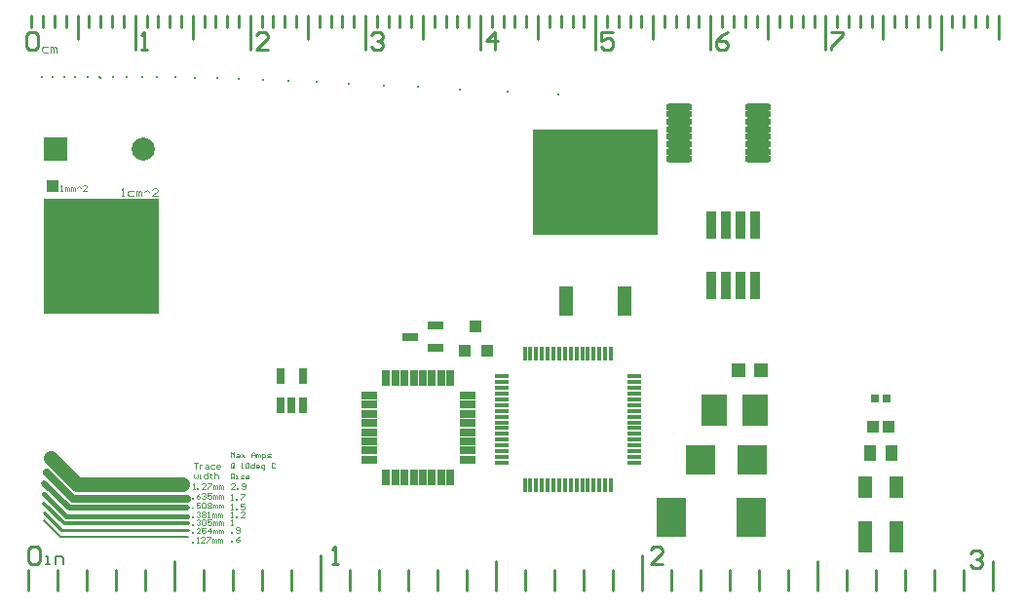
<source format=gts>
G04 Layer_Color=8388736*
%FSLAX24Y24*%
%MOIN*%
G70*
G01*
G75*
%ADD30C,0.0100*%
%ADD31C,0.0500*%
%ADD32C,0.0200*%
%ADD33C,0.0250*%
%ADD34C,0.0050*%
%ADD36C,0.0150*%
%ADD37C,0.0039*%
%ADD38C,0.0049*%
%ADD41R,0.0394X0.0394*%
%ADD55C,0.0120*%
%ADD56C,0.0070*%
%ADD57R,0.3937X0.3937*%
%ADD58O,0.0907X0.0257*%
%ADD59R,0.0316X0.0277*%
%ADD60R,0.0395X0.0434*%
%ADD61R,0.0395X0.0552*%
%ADD62R,0.0513X0.0749*%
%ADD63R,0.0513X0.1104*%
%ADD64R,0.0580X0.0300*%
%ADD65R,0.0300X0.0580*%
%ADD66R,0.0167X0.0474*%
%ADD67R,0.0474X0.0167*%
%ADD68R,0.0320X0.0950*%
%ADD69R,0.0533X0.0316*%
%ADD70R,0.0280X0.0580*%
%ADD71R,0.0395X0.0434*%
%ADD72R,0.0986X0.0986*%
%ADD73R,0.0867X0.1064*%
%ADD74R,0.1025X0.1379*%
%ADD75R,0.0474X0.0474*%
%ADD76R,0.0493X0.1025*%
%ADD77R,0.4273X0.3584*%
%ADD78C,0.0080*%
%ADD79R,0.0789X0.0789*%
%ADD80C,0.0789*%
D30*
X37323Y30276D02*
Y31457D01*
X37717Y31063D02*
Y31457D01*
X38110Y31063D02*
Y31457D01*
X38504Y31063D02*
Y31457D01*
X38898Y31063D02*
Y31457D01*
X39291Y30669D02*
Y31457D01*
X6220Y31063D02*
Y31457D01*
X6614Y31063D02*
Y31457D01*
X7008Y31063D02*
Y31457D01*
X7402Y31063D02*
Y31457D01*
X7795Y30669D02*
Y31457D01*
X8189Y31063D02*
Y31457D01*
X8583Y31063D02*
Y31457D01*
X8976Y31063D02*
Y31457D01*
X9370Y31063D02*
Y31457D01*
X9764Y30276D02*
Y31457D01*
X13701Y30276D02*
Y31457D01*
X13307Y31063D02*
Y31457D01*
X12913Y31063D02*
Y31457D01*
X12520Y31063D02*
Y31457D01*
X12126Y31063D02*
Y31457D01*
X11732Y30669D02*
Y31457D01*
X11339Y31063D02*
Y31457D01*
X10945Y31063D02*
Y31457D01*
X10551Y31063D02*
Y31457D01*
X10157Y31063D02*
Y31457D01*
X17638Y30276D02*
Y31457D01*
X17244Y31063D02*
Y31457D01*
X16850Y31063D02*
Y31457D01*
X16457Y31063D02*
Y31457D01*
X16063Y31063D02*
Y31457D01*
X15669Y30669D02*
Y31457D01*
X15276Y31063D02*
Y31457D01*
X14882Y31063D02*
Y31457D01*
X14488Y31063D02*
Y31457D01*
X14094Y31063D02*
Y31457D01*
X21575Y30276D02*
Y31457D01*
X21181Y31063D02*
Y31457D01*
X20787Y31063D02*
Y31457D01*
X20394Y31063D02*
Y31457D01*
X20000Y31063D02*
Y31457D01*
X19606Y30669D02*
Y31457D01*
X19213Y31063D02*
Y31457D01*
X18819Y31063D02*
Y31457D01*
X18425Y31063D02*
Y31457D01*
X18031Y31063D02*
Y31457D01*
X25512Y30276D02*
Y31457D01*
X25118Y31063D02*
Y31457D01*
X24724Y31063D02*
Y31457D01*
X24331Y31063D02*
Y31457D01*
X23937Y31063D02*
Y31457D01*
X23543Y30669D02*
Y31457D01*
X23150Y31063D02*
Y31457D01*
X22756Y31063D02*
Y31457D01*
X22362Y31063D02*
Y31457D01*
X21969Y31063D02*
Y31457D01*
X29055Y31063D02*
Y31457D01*
X28661Y31063D02*
Y31457D01*
X28268Y31063D02*
Y31457D01*
X27874Y31063D02*
Y31457D01*
X27480Y30669D02*
Y31457D01*
X27087Y31063D02*
Y31457D01*
X26693Y31063D02*
Y31457D01*
X26299Y31063D02*
Y31457D01*
X25906Y31063D02*
Y31457D01*
X32992Y31063D02*
Y31457D01*
X32598Y31063D02*
Y31457D01*
X32205Y31063D02*
Y31457D01*
X31811Y31063D02*
Y31457D01*
X31417Y30669D02*
Y31457D01*
X31024Y31063D02*
Y31457D01*
X30630Y31063D02*
Y31457D01*
X30236Y31063D02*
Y31457D01*
X29843Y31063D02*
Y31457D01*
X36929Y31063D02*
Y31457D01*
X36535Y31063D02*
Y31457D01*
X36142Y31063D02*
Y31457D01*
X35748Y31063D02*
Y31457D01*
X35354Y30669D02*
Y31457D01*
X34961Y31063D02*
Y31457D01*
X34567Y31063D02*
Y31457D01*
X34173Y31063D02*
Y31457D01*
X33780Y31063D02*
Y31457D01*
X6110Y11800D02*
Y12500D01*
X7110Y11800D02*
Y12500D01*
X8110Y11800D02*
Y12500D01*
X9110Y11800D02*
Y12500D01*
X10110Y11800D02*
Y12500D01*
X11110Y11800D02*
Y12800D01*
X12110Y11800D02*
Y12500D01*
X13110Y11800D02*
Y12500D01*
X14110Y11800D02*
Y12500D01*
X15110Y11800D02*
Y12500D01*
X16110Y11800D02*
Y13000D01*
X27110Y11800D02*
Y13000D01*
X26110Y11800D02*
Y12500D01*
X25110Y11800D02*
Y12500D01*
X24110Y11800D02*
Y12500D01*
X23110Y11800D02*
Y12500D01*
X22110Y11800D02*
Y12800D01*
X21110Y11800D02*
Y12500D01*
X20110Y11800D02*
Y12500D01*
X19110Y11800D02*
Y12500D01*
X18110Y11800D02*
Y12500D01*
X17110Y11800D02*
Y12500D01*
X37110Y11800D02*
Y12500D01*
X36110Y11800D02*
Y12500D01*
X35110Y11800D02*
Y12500D01*
X34110Y11800D02*
Y12500D01*
X33110Y11800D02*
Y12800D01*
X32110Y11800D02*
Y12500D01*
X31110Y11800D02*
Y12500D01*
X30110Y11800D02*
Y12500D01*
X29110Y11800D02*
Y12500D01*
X28110Y11800D02*
Y12500D01*
X6654Y14449D02*
X7244Y13858D01*
X11575D01*
X6654Y14764D02*
Y14764D01*
Y15079D02*
X6654D01*
X7630Y14929D02*
X7685Y14886D01*
X29449Y30276D02*
Y31457D01*
X33386Y30276D02*
Y31457D01*
X37094Y11800D02*
Y12500D01*
X38094Y11800D02*
Y12500D01*
X39094Y11800D02*
Y12800D01*
X9961Y30276D02*
X10161D01*
X10061D01*
Y30875D01*
X9961Y30775D01*
X6024D02*
X6124Y30875D01*
X6324D01*
X6423Y30775D01*
Y30376D01*
X6324Y30276D01*
X6124D01*
X6024Y30376D01*
Y30775D01*
X14298Y30276D02*
X13898D01*
X14298Y30675D01*
Y30775D01*
X14198Y30875D01*
X13998D01*
X13898Y30775D01*
X17835D02*
X17935Y30875D01*
X18135D01*
X18235Y30775D01*
Y30675D01*
X18135Y30575D01*
X18035D01*
X18135D01*
X18235Y30476D01*
Y30376D01*
X18135Y30276D01*
X17935D01*
X17835Y30376D01*
X22072Y30276D02*
Y30875D01*
X21772Y30575D01*
X22172D01*
X26109Y30875D02*
X25709D01*
Y30575D01*
X25909Y30675D01*
X26009D01*
X26109Y30575D01*
Y30376D01*
X26009Y30276D01*
X25809D01*
X25709Y30376D01*
X6110Y13201D02*
X6210Y13301D01*
X6410D01*
X6510Y13201D01*
Y12801D01*
X6410Y12701D01*
X6210D01*
X6110Y12801D01*
Y13201D01*
X16512Y12701D02*
X16712D01*
X16612D01*
Y13301D01*
X16512Y13201D01*
X27809Y12701D02*
X27409D01*
X27809Y13101D01*
Y13201D01*
X27709Y13301D01*
X27509D01*
X27409Y13201D01*
X30046Y30875D02*
X29846Y30775D01*
X29646Y30575D01*
Y30376D01*
X29746Y30276D01*
X29946D01*
X30046Y30376D01*
Y30476D01*
X29946Y30575D01*
X29646D01*
X33583Y30875D02*
X33983D01*
Y30775D01*
X33583Y30376D01*
Y30276D01*
X38354Y13043D02*
X38454Y13143D01*
X38654D01*
X38754Y13043D01*
Y12943D01*
X38654Y12843D01*
X38554D01*
X38654D01*
X38754Y12743D01*
Y12643D01*
X38654Y12543D01*
X38454D01*
X38354Y12643D01*
D31*
X6864Y16333D02*
X7768Y15429D01*
X11378D01*
D32*
X7520Y14606D02*
X11535D01*
X6654Y15472D02*
X7520Y14606D01*
D33*
X6736Y15823D02*
X7630Y14929D01*
X11535D01*
D34*
X6654Y14173D02*
X7205Y13622D01*
X11575D01*
X11575Y13622D01*
D36*
X6654Y15079D02*
X7402Y14331D01*
X11535D01*
D37*
X13035Y16340D02*
Y16517D01*
X13094Y16458D01*
X13154Y16517D01*
Y16340D01*
X13242Y16458D02*
X13301D01*
X13331Y16428D01*
Y16340D01*
X13242D01*
X13213Y16369D01*
X13242Y16399D01*
X13331D01*
X13390Y16458D02*
X13508Y16340D01*
X13449Y16399D01*
X13508Y16458D01*
X13390Y16340D01*
X13744D02*
Y16458D01*
X13803Y16517D01*
X13862Y16458D01*
Y16340D01*
Y16428D01*
X13744D01*
X13921Y16340D02*
Y16458D01*
X13950D01*
X13980Y16428D01*
Y16340D01*
Y16428D01*
X14010Y16458D01*
X14039Y16428D01*
Y16340D01*
X14098Y16281D02*
Y16458D01*
X14187D01*
X14216Y16428D01*
Y16369D01*
X14187Y16340D01*
X14098D01*
X14275D02*
X14364D01*
X14393Y16369D01*
X14364Y16399D01*
X14305D01*
X14275Y16428D01*
X14305Y16458D01*
X14393D01*
X13124Y16033D02*
Y16062D01*
X13094D01*
Y16033D01*
X13124D01*
X13154Y16062D01*
Y16121D01*
X13124Y16151D01*
X13065D01*
X13035Y16121D01*
Y16003D01*
X13065Y15974D01*
X13154D01*
X13390D02*
X13449D01*
X13419D01*
Y16151D01*
X13390Y16121D01*
X13537D02*
X13567Y16151D01*
X13626D01*
X13655Y16121D01*
Y16003D01*
X13626Y15974D01*
X13567D01*
X13537Y16003D01*
Y16121D01*
X13832Y16151D02*
Y15974D01*
X13744D01*
X13714Y16003D01*
Y16062D01*
X13744Y16092D01*
X13832D01*
X13980Y15974D02*
X13921D01*
X13891Y16003D01*
Y16062D01*
X13921Y16092D01*
X13980D01*
X14010Y16062D01*
Y16033D01*
X13891D01*
X14128Y15915D02*
X14157D01*
X14187Y15944D01*
Y16092D01*
X14098D01*
X14069Y16062D01*
Y16003D01*
X14098Y15974D01*
X14187D01*
X14541Y16121D02*
X14511Y16151D01*
X14452D01*
X14423Y16121D01*
Y16003D01*
X14452Y15974D01*
X14511D01*
X14541Y16003D01*
X13035Y15608D02*
Y15785D01*
X13124D01*
X13154Y15755D01*
Y15696D01*
X13124Y15667D01*
X13035D01*
X13094D02*
X13154Y15608D01*
X13213D02*
X13272D01*
X13242D01*
Y15726D01*
X13213D01*
X13360Y15608D02*
X13449D01*
X13478Y15637D01*
X13449Y15667D01*
X13390D01*
X13360Y15696D01*
X13390Y15726D01*
X13478D01*
X13626Y15608D02*
X13567D01*
X13537Y15637D01*
Y15696D01*
X13567Y15726D01*
X13626D01*
X13655Y15696D01*
Y15667D01*
X13537D01*
X11760Y16157D02*
X11891D01*
X11825D01*
Y15961D01*
X11957Y16092D02*
Y15961D01*
Y16026D01*
X11989Y16059D01*
X12022Y16092D01*
X12055D01*
X12186D02*
X12252D01*
X12285Y16059D01*
Y15961D01*
X12186D01*
X12153Y15993D01*
X12186Y16026D01*
X12285D01*
X12481Y16092D02*
X12383D01*
X12350Y16059D01*
Y15993D01*
X12383Y15961D01*
X12481D01*
X12645D02*
X12580D01*
X12547Y15993D01*
Y16059D01*
X12580Y16092D01*
X12645D01*
X12678Y16059D01*
Y16026D01*
X12547D01*
X11760Y15761D02*
Y15663D01*
X11793Y15630D01*
X11825Y15663D01*
X11858Y15630D01*
X11891Y15663D01*
Y15761D01*
X11957Y15630D02*
X12022D01*
X11989D01*
Y15761D01*
X11957D01*
X12252Y15827D02*
Y15630D01*
X12153D01*
X12121Y15663D01*
Y15728D01*
X12153Y15761D01*
X12252D01*
X12350Y15794D02*
Y15761D01*
X12317D01*
X12383D01*
X12350D01*
Y15663D01*
X12383Y15630D01*
X12481Y15827D02*
Y15630D01*
Y15728D01*
X12514Y15761D01*
X12580D01*
X12613Y15728D01*
Y15630D01*
X11693Y13425D02*
Y13458D01*
X11726D01*
Y13425D01*
X11693D01*
X11857D02*
X11923D01*
X11890D01*
Y13622D01*
X11857Y13589D01*
X12152Y13425D02*
X12021D01*
X12152Y13556D01*
Y13589D01*
X12119Y13622D01*
X12054D01*
X12021Y13589D01*
X12218Y13622D02*
X12349D01*
Y13589D01*
X12218Y13458D01*
Y13425D01*
X12414D02*
Y13556D01*
X12447D01*
X12480Y13524D01*
Y13425D01*
Y13524D01*
X12513Y13556D01*
X12546Y13524D01*
Y13425D01*
X12611D02*
Y13556D01*
X12644D01*
X12677Y13524D01*
Y13425D01*
Y13524D01*
X12710Y13556D01*
X12742Y13524D01*
Y13425D01*
X11693Y13740D02*
Y13773D01*
X11726D01*
Y13740D01*
X11693D01*
X11988D02*
X11857D01*
X11988Y13871D01*
Y13904D01*
X11955Y13937D01*
X11890D01*
X11857Y13904D01*
X12185Y13937D02*
X12054D01*
Y13839D01*
X12119Y13871D01*
X12152D01*
X12185Y13839D01*
Y13773D01*
X12152Y13740D01*
X12086D01*
X12054Y13773D01*
X12349Y13740D02*
Y13937D01*
X12250Y13839D01*
X12382D01*
X12447Y13740D02*
Y13871D01*
X12480D01*
X12513Y13839D01*
Y13740D01*
Y13839D01*
X12546Y13871D01*
X12578Y13839D01*
Y13740D01*
X12644D02*
Y13871D01*
X12677D01*
X12710Y13839D01*
Y13740D01*
Y13839D01*
X12742Y13871D01*
X12775Y13839D01*
Y13740D01*
X11693Y14016D02*
Y14049D01*
X11726D01*
Y14016D01*
X11693D01*
X11857Y14180D02*
X11890Y14213D01*
X11955D01*
X11988Y14180D01*
Y14147D01*
X11955Y14114D01*
X11923D01*
X11955D01*
X11988Y14081D01*
Y14049D01*
X11955Y14016D01*
X11890D01*
X11857Y14049D01*
X12054Y14180D02*
X12086Y14213D01*
X12152D01*
X12185Y14180D01*
Y14049D01*
X12152Y14016D01*
X12086D01*
X12054Y14049D01*
Y14180D01*
X12382Y14213D02*
X12250D01*
Y14114D01*
X12316Y14147D01*
X12349D01*
X12382Y14114D01*
Y14049D01*
X12349Y14016D01*
X12283D01*
X12250Y14049D01*
X12447Y14016D02*
Y14147D01*
X12480D01*
X12513Y14114D01*
Y14016D01*
Y14114D01*
X12546Y14147D01*
X12578Y14114D01*
Y14016D01*
X12644D02*
Y14147D01*
X12677D01*
X12710Y14114D01*
Y14016D01*
Y14114D01*
X12742Y14147D01*
X12775Y14114D01*
Y14016D01*
X11693Y14291D02*
Y14324D01*
X11726D01*
Y14291D01*
X11693D01*
X11857Y14455D02*
X11890Y14488D01*
X11955D01*
X11988Y14455D01*
Y14423D01*
X11955Y14390D01*
X11923D01*
X11955D01*
X11988Y14357D01*
Y14324D01*
X11955Y14291D01*
X11890D01*
X11857Y14324D01*
X12054Y14455D02*
X12086Y14488D01*
X12152D01*
X12185Y14455D01*
Y14423D01*
X12152Y14390D01*
X12185Y14357D01*
Y14324D01*
X12152Y14291D01*
X12086D01*
X12054Y14324D01*
Y14357D01*
X12086Y14390D01*
X12054Y14423D01*
Y14455D01*
X12086Y14390D02*
X12152D01*
X12250Y14291D02*
X12316D01*
X12283D01*
Y14488D01*
X12250Y14455D01*
X12414Y14291D02*
Y14423D01*
X12447D01*
X12480Y14390D01*
Y14291D01*
Y14390D01*
X12513Y14423D01*
X12546Y14390D01*
Y14291D01*
X12611D02*
Y14423D01*
X12644D01*
X12677Y14390D01*
Y14291D01*
Y14390D01*
X12710Y14423D01*
X12742Y14390D01*
Y14291D01*
X11693Y14606D02*
Y14639D01*
X11726D01*
Y14606D01*
X11693D01*
X11988Y14803D02*
X11857D01*
Y14705D01*
X11923Y14737D01*
X11955D01*
X11988Y14705D01*
Y14639D01*
X11955Y14606D01*
X11890D01*
X11857Y14639D01*
X12054Y14770D02*
X12086Y14803D01*
X12152D01*
X12185Y14770D01*
Y14639D01*
X12152Y14606D01*
X12086D01*
X12054Y14639D01*
Y14770D01*
X12250D02*
X12283Y14803D01*
X12349D01*
X12382Y14770D01*
Y14737D01*
X12349Y14705D01*
X12382Y14672D01*
Y14639D01*
X12349Y14606D01*
X12283D01*
X12250Y14639D01*
Y14672D01*
X12283Y14705D01*
X12250Y14737D01*
Y14770D01*
X12283Y14705D02*
X12349D01*
X12447Y14606D02*
Y14737D01*
X12480D01*
X12513Y14705D01*
Y14606D01*
Y14705D01*
X12546Y14737D01*
X12578Y14705D01*
Y14606D01*
X12644D02*
Y14737D01*
X12677D01*
X12710Y14705D01*
Y14606D01*
Y14705D01*
X12742Y14737D01*
X12775Y14705D01*
Y14606D01*
X11693Y14921D02*
Y14954D01*
X11726D01*
Y14921D01*
X11693D01*
X11988Y15118D02*
X11923Y15085D01*
X11857Y15020D01*
Y14954D01*
X11890Y14921D01*
X11955D01*
X11988Y14954D01*
Y14987D01*
X11955Y15020D01*
X11857D01*
X12054Y15085D02*
X12086Y15118D01*
X12152D01*
X12185Y15085D01*
Y15052D01*
X12152Y15020D01*
X12119D01*
X12152D01*
X12185Y14987D01*
Y14954D01*
X12152Y14921D01*
X12086D01*
X12054Y14954D01*
X12382Y15118D02*
X12250D01*
Y15020D01*
X12316Y15052D01*
X12349D01*
X12382Y15020D01*
Y14954D01*
X12349Y14921D01*
X12283D01*
X12250Y14954D01*
X12447Y14921D02*
Y15052D01*
X12480D01*
X12513Y15020D01*
Y14921D01*
Y15020D01*
X12546Y15052D01*
X12578Y15020D01*
Y14921D01*
X12644D02*
Y15052D01*
X12677D01*
X12710Y15020D01*
Y14921D01*
Y15020D01*
X12742Y15052D01*
X12775Y15020D01*
Y14921D01*
X11724Y15272D02*
X11790D01*
X11757D01*
Y15468D01*
X11724Y15436D01*
X11888Y15272D02*
Y15304D01*
X11921D01*
Y15272D01*
X11888D01*
X12184D02*
X12052D01*
X12184Y15403D01*
Y15436D01*
X12151Y15468D01*
X12085D01*
X12052Y15436D01*
X12249Y15468D02*
X12380D01*
Y15436D01*
X12249Y15304D01*
Y15272D01*
X12446D02*
Y15403D01*
X12479D01*
X12512Y15370D01*
Y15272D01*
Y15370D01*
X12544Y15403D01*
X12577Y15370D01*
Y15272D01*
X12643D02*
Y15403D01*
X12676D01*
X12708Y15370D01*
Y15272D01*
Y15370D01*
X12741Y15403D01*
X12774Y15370D01*
Y15272D01*
X13028Y13441D02*
Y13474D01*
X13060D01*
Y13441D01*
X13028D01*
X13323Y13638D02*
X13257Y13605D01*
X13192Y13539D01*
Y13474D01*
X13224Y13441D01*
X13290D01*
X13323Y13474D01*
Y13507D01*
X13290Y13539D01*
X13192D01*
X13035Y13760D02*
Y13793D01*
X13068D01*
Y13760D01*
X13035D01*
X13199Y13793D02*
X13232Y13760D01*
X13298D01*
X13331Y13793D01*
Y13924D01*
X13298Y13957D01*
X13232D01*
X13199Y13924D01*
Y13891D01*
X13232Y13858D01*
X13331D01*
X13035Y14020D02*
X13101D01*
X13068D01*
Y14216D01*
X13035Y14184D01*
X13039Y14287D02*
X13105D01*
X13072D01*
Y14484D01*
X13039Y14451D01*
X13203Y14287D02*
Y14320D01*
X13236D01*
Y14287D01*
X13203D01*
X13499D02*
X13367D01*
X13499Y14419D01*
Y14451D01*
X13466Y14484D01*
X13400D01*
X13367Y14451D01*
X13043Y14555D02*
X13109D01*
X13076D01*
Y14752D01*
X13043Y14719D01*
X13207Y14555D02*
Y14588D01*
X13240D01*
Y14555D01*
X13207D01*
X13502Y14752D02*
X13371D01*
Y14654D01*
X13437Y14686D01*
X13470D01*
X13502Y14654D01*
Y14588D01*
X13470Y14555D01*
X13404D01*
X13371Y14588D01*
X13051Y14894D02*
X13117D01*
X13084D01*
Y15090D01*
X13051Y15058D01*
X13215Y14894D02*
Y14927D01*
X13248D01*
Y14894D01*
X13215D01*
X13379Y15090D02*
X13510D01*
Y15058D01*
X13379Y14927D01*
Y14894D01*
X13175Y15264D02*
X13043D01*
X13175Y15395D01*
Y15428D01*
X13142Y15461D01*
X13076D01*
X13043Y15428D01*
X13240Y15264D02*
Y15297D01*
X13273D01*
Y15264D01*
X13240D01*
X13404Y15297D02*
X13437Y15264D01*
X13502D01*
X13535Y15297D01*
Y15428D01*
X13502Y15461D01*
X13437D01*
X13404Y15428D01*
Y15395D01*
X13437Y15362D01*
X13535D01*
X7205Y25472D02*
X7270D01*
X7238D01*
Y25669D01*
X7205Y25636D01*
X7369Y25472D02*
Y25604D01*
X7402D01*
X7434Y25571D01*
Y25472D01*
Y25571D01*
X7467Y25604D01*
X7500Y25571D01*
Y25472D01*
X7566D02*
Y25604D01*
X7598D01*
X7631Y25571D01*
Y25472D01*
Y25571D01*
X7664Y25604D01*
X7697Y25571D01*
Y25472D01*
X7762Y25571D02*
X7828Y25636D01*
X7893Y25571D01*
X8090Y25472D02*
X7959D01*
X8090Y25604D01*
Y25636D01*
X8057Y25669D01*
X7992D01*
X7959Y25636D01*
D38*
X6772Y30394D02*
X6624D01*
X6575Y30344D01*
Y30246D01*
X6624Y30197D01*
X6772D01*
X6870D02*
Y30394D01*
X6919D01*
X6968Y30344D01*
Y30197D01*
Y30344D01*
X7018Y30394D01*
X7067Y30344D01*
Y30197D01*
X9291Y25276D02*
X9383D01*
X9337D01*
Y25551D01*
X9291Y25505D01*
X9705Y25459D02*
X9567D01*
X9521Y25413D01*
Y25322D01*
X9567Y25276D01*
X9705D01*
X9796D02*
Y25459D01*
X9842D01*
X9888Y25413D01*
Y25276D01*
Y25413D01*
X9934Y25459D01*
X9980Y25413D01*
Y25276D01*
X10072Y25413D02*
X10164Y25505D01*
X10256Y25413D01*
X10531Y25276D02*
X10347D01*
X10531Y25459D01*
Y25505D01*
X10485Y25551D01*
X10393D01*
X10347Y25505D01*
D41*
X6929Y25630D02*
D03*
D55*
X6654Y14764D02*
X7323Y14094D01*
X11575D01*
D56*
X6705Y12701D02*
X6836D01*
X6770D01*
Y12963D01*
X6705D01*
X7033Y12701D02*
Y12963D01*
X7229D01*
X7295Y12898D01*
Y12701D01*
D57*
X8622Y23228D02*
D03*
D58*
X31083Y26545D02*
D03*
Y26801D02*
D03*
Y27057D02*
D03*
Y27313D02*
D03*
Y27569D02*
D03*
Y27825D02*
D03*
Y28081D02*
D03*
Y28337D02*
D03*
X28366Y26545D02*
D03*
Y26801D02*
D03*
Y27057D02*
D03*
Y27313D02*
D03*
Y27569D02*
D03*
Y27825D02*
D03*
Y28081D02*
D03*
Y28337D02*
D03*
D59*
X35472Y18346D02*
D03*
X35079D02*
D03*
D60*
X35000Y17402D02*
D03*
X35551D02*
D03*
D61*
X35630Y16496D02*
D03*
X34921D02*
D03*
D62*
X34744Y15315D02*
D03*
X35807D02*
D03*
D63*
X34744Y13638D02*
D03*
X35807D02*
D03*
D64*
X17759Y18465D02*
D03*
Y18150D02*
D03*
Y17835D02*
D03*
Y17520D02*
D03*
Y17205D02*
D03*
Y16890D02*
D03*
Y16575D02*
D03*
Y16260D02*
D03*
X21139D02*
D03*
Y16575D02*
D03*
Y16890D02*
D03*
Y17205D02*
D03*
Y17520D02*
D03*
Y17835D02*
D03*
Y18150D02*
D03*
Y18465D02*
D03*
D65*
X18346Y15672D02*
D03*
X18661D02*
D03*
X18976D02*
D03*
X19291D02*
D03*
X19606D02*
D03*
X19921D02*
D03*
X20236D02*
D03*
X20551D02*
D03*
Y19052D02*
D03*
X20236D02*
D03*
X19921D02*
D03*
X19606D02*
D03*
X19291D02*
D03*
X18976D02*
D03*
X18661D02*
D03*
X18346D02*
D03*
D66*
X24469Y15374D02*
D03*
X24665D02*
D03*
X24075D02*
D03*
X23681D02*
D03*
X23287D02*
D03*
X24272D02*
D03*
X23878D02*
D03*
X23484D02*
D03*
X23091D02*
D03*
X25059D02*
D03*
X25453D02*
D03*
X25846D02*
D03*
X26043D02*
D03*
X25650D02*
D03*
X25256D02*
D03*
X24862D02*
D03*
X24665Y19902D02*
D03*
X24469D02*
D03*
X25059D02*
D03*
X25453D02*
D03*
X25846D02*
D03*
X24862D02*
D03*
X25256D02*
D03*
X25650D02*
D03*
X26043D02*
D03*
X24075D02*
D03*
X23681D02*
D03*
X23287D02*
D03*
X23091D02*
D03*
X23484D02*
D03*
X23878D02*
D03*
X24272D02*
D03*
D67*
X26831Y17539D02*
D03*
Y17736D02*
D03*
Y17146D02*
D03*
Y16752D02*
D03*
Y16358D02*
D03*
Y17342D02*
D03*
Y16949D02*
D03*
Y16555D02*
D03*
Y16161D02*
D03*
Y18130D02*
D03*
Y18524D02*
D03*
Y18917D02*
D03*
Y19114D02*
D03*
Y18721D02*
D03*
Y18327D02*
D03*
Y17933D02*
D03*
X22303Y17736D02*
D03*
Y17539D02*
D03*
Y18130D02*
D03*
Y18524D02*
D03*
Y18917D02*
D03*
Y17933D02*
D03*
Y18327D02*
D03*
Y18721D02*
D03*
Y19114D02*
D03*
Y17146D02*
D03*
Y16752D02*
D03*
Y16358D02*
D03*
Y16161D02*
D03*
Y16555D02*
D03*
Y16949D02*
D03*
Y17342D02*
D03*
D68*
X29486Y22238D02*
D03*
X29986D02*
D03*
X30486D02*
D03*
X30986D02*
D03*
Y24298D02*
D03*
X30486D02*
D03*
X29986D02*
D03*
X29486D02*
D03*
D69*
X20049Y20098D02*
D03*
Y20846D02*
D03*
X19163Y20472D02*
D03*
D70*
X14748Y19110D02*
D03*
X15118Y18110D02*
D03*
X15498Y18110D02*
D03*
X14748D02*
D03*
X15498Y19110D02*
D03*
D71*
X21417Y20827D02*
D03*
X21791Y20000D02*
D03*
X21043D02*
D03*
D72*
X30886Y16260D02*
D03*
X29114D02*
D03*
D73*
X30984Y17953D02*
D03*
X29587D02*
D03*
D74*
X28120Y14291D02*
D03*
X30856D02*
D03*
D75*
X31181Y19331D02*
D03*
X30394D02*
D03*
D76*
X24512Y21693D02*
D03*
X26512D02*
D03*
D77*
X25512Y25768D02*
D03*
D78*
X24252Y28740D02*
D03*
X22520Y28858D02*
D03*
X20866Y28937D02*
D03*
X19449Y29016D02*
D03*
X18268Y29055D02*
D03*
X17087Y29134D02*
D03*
X15984Y29173D02*
D03*
X15000Y29213D02*
D03*
X14134Y29252D02*
D03*
X13307Y29291D02*
D03*
X12559Y29331D02*
D03*
X11811D02*
D03*
X11142Y29370D02*
D03*
X10512D02*
D03*
X10000D02*
D03*
X9488D02*
D03*
X9016D02*
D03*
X8543D02*
D03*
X8150D02*
D03*
X7717D02*
D03*
X7323D02*
D03*
X6929D02*
D03*
X6575D02*
D03*
X8583Y29331D02*
D03*
D79*
X7043Y26890D02*
D03*
D80*
X10043D02*
D03*
M02*

</source>
